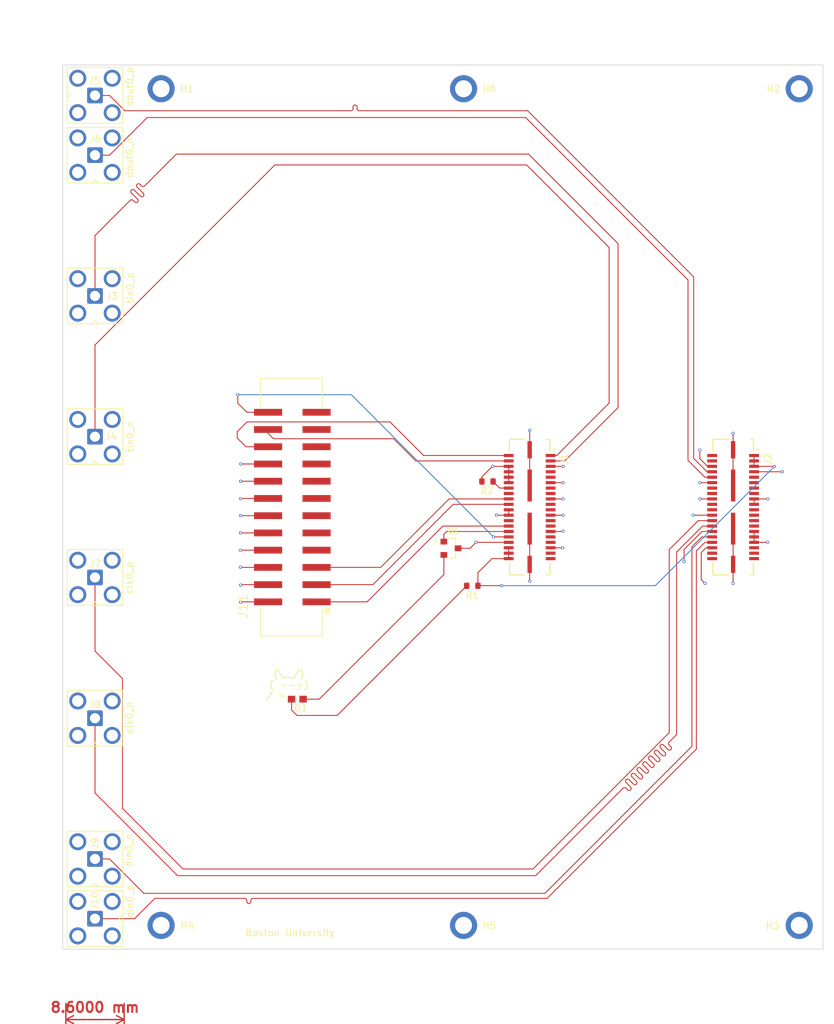
<source format=kicad_pcb>
(kicad_pcb (version 20211014) (generator pcbnew)
  (layers (0 "F.Cu" signal) (1 "In1.Cu" signal) (2 "In2.Cu" signal) (31 "B.Cu" signal) (34 "B.Paste" user) (35 "F.Paste" user) (36 "B.SilkS" user "B.Silkscreen") (37 "F.SilkS" user "F.Silkscreen") (38 "B.Mask" user) (39 "F.Mask" user) (44 "Edge.Cuts" user))
  (net 0 "")
  (net 1 "Net-(D1-Pad1)")
  (net 2 "Net-(D1-Pad2)")
  (net 3 "/tin0_n")
  (net 4 "/scl")
  (net 5 "/tin0_p")
  (net 6 "/sda")
  (net 7 "GND")
  (net 8 "/din1_n")
  (net 9 "/din1_p")
  (net 10 "/clk2_n")
  (net 11 "/a3")
  (net 12 "/clk2_p")
  (net 13 "/a2")
  (net 14 "/a1")
  (net 15 "/tin1_n")
  (net 16 "/a0")
  (net 17 "/tin1_p")
  (net 18 "/din2_n")
  (net 19 "/d3")
  (net 20 "/din2_p")
  (net 21 "/d2")
  (net 22 "/d1")
  (net 23 "/dout1_n")
  (net 24 "/d0")
  (net 25 "/dout1_p")
  (net 26 "LV_RB")
  (net 27 "/clk3_n")
  (net 28 "/clk3_p")
  (net 29 "/clk1_p")
  (net 30 "/clk1_0")
  (net 31 "/dout0_p")
  (net 32 "/d4")
  (net 33 "/dout0_n")
  (net 34 "/d5")
  (net 35 "/d6")
  (net 36 "/din3_n")
  (net 37 "/d7")
  (net 38 "/din3_p")
  (net 39 "/tin3_p")
  (net 40 "/a4")
  (net 41 "/tin3_n")
  (net 42 "/a5")
  (net 43 "/a6")
  (net 44 "/clk0_p")
  (net 45 "/a7")
  (net 46 "/clk0_n")
  (net 47 "/din0_n")
  (net 48 "/din0_p")
  (net 49 "/addr4")
  (net 50 "/addr3")
  (net 51 "/tin2_p")
  (net 52 "/addr2")
  (net 53 "/tin2_n")
  (footprint "Connector_Coaxial:SMA_Amphenol_901-143_Horizontal" (layer "F.Cu") (at 75.66 34.68)
    (fp_text reference "J5")
    (fp_text value "Conn_01x01_Female")
  )
  (footprint "Resistor_SMD:R_0603_1608Metric" (layer "F.Cu") (at 131.3 106.94 180)
    (fp_text reference "R1")
    (fp_text value "R_Small_US" hide)
  )
  (footprint "Connector_Coaxial:SMA_Amphenol_901-143_Horizontal" (layer "F.Cu") (at 75.66 147.2 90)
    (fp_text reference "J9")
    (fp_text value "Conn_01x01_Female")
  )
  (footprint "MountingHole:MountingHole_2.5mm" (layer "F.Cu") (at 179.51 33.69)
    (fp_text reference "H2")
    (fp_text value "MountingHole")
  )
  (footprint "Resistor_SMD:R_0603_1608Metric" (layer "F.Cu") (at 133.54 91.57)
    (fp_text reference "R2")
    (fp_text value "R_Small_US")
  )
  (footprint "TRANS_MMBT2907A:TRANS_MMBT2907A" (layer "F.Cu") (at 128.1575 101.41)
    (fp_text reference "Q1")
    (fp_text value "STB40N60M2")
  )
  (footprint "Connector_Coaxial:SMA_Amphenol_901-143_Horizontal" (layer "F.Cu") (at 75.66 64.224 90)
    (fp_text reference "J3")
    (fp_text value "Conn_01x01_Female")
  )
  (footprint "MountingHole:MountingHole_2.5mm" (layer "F.Cu") (at 85.41 33.69)
    (fp_text reference "H1")
    (fp_text value "MountingHole")
  )
  (footprint "Connector_Coaxial:SMA_Amphenol_901-143_Horizontal" (layer "F.Cu") (at 75.66 126.456 90)
    (fp_text reference "J8")
    (fp_text value "Conn_01x01_Female")
  )
  (footprint "QTE-020-01-X-D-A:SAMTEC_QTE-020-01-X-D-A" (layer "F.Cu") (at 169.76 95.34 -90)
    (fp_text reference "J2")
    (fp_text value "QTE-020-01-X-D-A")
  )
  (footprint "QTE-020-01-X-D-A:SAMTEC_QTE-020-01-X-D-A" (layer "F.Cu") (at 139.76 95.34 -90)
    (fp_text reference "J1")
    (fp_text value "QTE-020-01-X-D-A")
  )
  (footprint "Connector_Coaxial:SMA_Amphenol_901-143_Horizontal" (layer "F.Cu") (at 75.66 84.968 90)
    (fp_text reference "J4")
    (fp_text value "Conn_01x01_Female")
  )
  (footprint "MountingHole:MountingHole_2.5mm" (layer "F.Cu") (at 179.51 156.99)
    (fp_text reference "H3")
    (fp_text value "MountingHole")
  )
  (footprint "LTST-C191KRKT:0603" (layer "F.Cu") (at 105.5 123.65 180)
    (fp_text reference "D1")
    (fp_text value "LTST-C191KRKT")
  )
  (footprint "Connector_Coaxial:SMA_Amphenol_901-143_Horizontal" (layer "F.Cu") (at 75.66 105.712 90)
    (fp_text reference "J7")
    (fp_text value "Conn_01x01_Female")
  )
  (footprint "MountingHole:MountingHole_2.5mm" (layer "F.Cu") (at 130.01 156.99)
    (fp_text reference "H5")
    (fp_text value "MountingHole")
  )
  (footprint "Connector_Coaxial:SMA_Amphenol_901-143_Horizontal" (layer "F.Cu") (at 75.66 156 180)
    (fp_text reference "J10")
    (fp_text value "Conn_01x01_Female")
  )
  (footprint "MountingHole:MountingHole_2.5mm" (layer "F.Cu") (at 130.01 33.69)
    (fp_text reference "H6")
    (fp_text value "MountingHole")
  )
  (footprint "MountingHole:MountingHole_2.5mm" (layer "F.Cu") (at 85.41 156.99)
    (fp_text reference "H4")
    (fp_text value "MountingHole")
  )
  (footprint "SBH11-NBPC-D12-SM-BK:SULLINS_SBH11-NBPC-D12-SM-BK" (layer "F.Cu") (at 104.76 95.34 90)
    (fp_text reference "J11")
    (fp_text value "SBH11-NBPC-D12-SM-BK")
  )
  (footprint "Connector_Coaxial:SMA_Amphenol_901-143_Horizontal" (layer "F.Cu") (at 75.66 43.48 90)
    (fp_text reference "J6")
    (fp_text value "Conn_01x01_Female")
  )
  (gr_line (start 70.91 30.19) (end 70.91 160.49) (layer "Edge.Cuts") (width 0.1))
  (gr_line (start 183.01 30.19) (end 70.91 30.19) (layer "Edge.Cuts") (width 0.1))
  (gr_line (start 183.01 160.49) (end 70.91 160.49) (layer "Edge.Cuts") (width 0.1))
  (gr_line (start 183.01 30.19) (end 183.01 160.49) (layer "Edge.Cuts") (width 0.1))
  (gr_text "clk0_p" (at 80.71 105.8 90) (layer "F.SilkS") (effects (font (size 1 1))))
  (gr_text "clk0_n" (at 80.72 126.4 90) (layer "F.SilkS") (effects (font (size 1 1))))
  (gr_text "din0_n" (at 80.67 145.95 90) (layer "F.SilkS") (effects (font (size 1 1))))
  (gr_text "dout0_n" (at 80.73 43.84 90) (layer "F.SilkS") (effects (font (size 1 1))))
  (gr_text "din0_p" (at 80.81 153.45 90) (layer "F.SilkS") (effects (font (size 1 1))))
  (gr_text "tin0_n" (at 80.83 84.99 90) (layer "F.SilkS") (effects (font (size 1 1))))
  (gr_text "     (\\__/)\n     ( •-•)\n/ >" (at 102.37 121.53) (layer "F.SilkS") (effects (font (size 1 1))))
  (gr_text "dout0_p" (at 80.73 33.4 90) (layer "F.SilkS") (effects (font (size 1 1))))
  (gr_text "tin0_p" (at 80.86 63.06 90) (layer "F.SilkS") (effects (font (size 1 1))))
  (gr_text "Boston University" (at 104.41 158.09) (layer "F.SilkS") (effects (font (size 1 1))))
  (dimension (type aligned) (layer "F.Cu") (pts (xy 71.36 168) (xy 79.96 168)) (height 2.87) (gr_text "8.6000 mm" (at 75.66 169.07) (layer "F.Cu") (effects (font (size 1.5 1.5) (thickness 0.3)))) (format (units 3) (units_format 1) (precision 4)) (style (thickness 0.2) (arrow_length 1.27) (text_position_mode 0) (extension_height 0.58642) (extension_offset 0.5) keep_text_aligned))
  (segment (start 127.1075 105.2725) (end 127.1075 102.39) (width 0.131318) (layer "F.Cu") (net 1))
  (segment (start 108.73 123.65) (end 127.1075 105.2725) (width 0.131318) (layer "F.Cu") (net 1))
  (segment (start 106.35 123.65) (end 108.73 123.65) (width 0.131318) (layer "F.Cu") (net 1))
  (segment (start 111.365 126.05) (end 130.475 106.94) (width 0.131318) (layer "F.Cu") (net 2))
  (segment (start 104.65 123.65) (end 104.65 125.25) (width 0.131318) (layer "F.Cu") (net 2))
  (segment (start 105.45 126.05) (end 111.365 126.05) (width 0.131318) (layer "F.Cu") (net 2))
  (segment (start 104.65 125.25) (end 105.45 126.05) (width 0.131318) (layer "F.Cu") (net 2))
  (segment (start 75.66 84.968) (end 75.66 71.447466) (width 0.131318) (layer "F.Cu") (net 3))
  (segment (start 143.75 87.74) (end 142.85 87.74) (width 0.131318) (layer "F.Cu") (net 3))
  (segment (start 139.31 44.92) (end 151.48 57.09) (width 0.131318) (layer "F.Cu") (net 3))
  (segment (start 151.48 80.01) (end 143.75 87.74) (width 0.131318) (layer "F.Cu") (net 3))
  (segment (start 75.66 71.447466) (end 102.187466 44.92) (width 0.131318) (layer "F.Cu") (net 3))
  (segment (start 102.187466 44.92) (end 139.31 44.92) (width 0.131318) (layer "F.Cu") (net 3))
  (segment (start 151.48 57.09) (end 151.48 80.01) (width 0.131318) (layer "F.Cu") (net 3))
  (segment (start 96.63 84.24) (end 98.08 82.79) (width 0.131318) (layer "F.Cu") (net 4))
  (segment (start 124.12 87.74) (end 136.67 87.74) (width 0.131318) (layer "F.Cu") (net 4))
  (segment (start 97.92 86.45) (end 96.63 85.16) (width 0.131318) (layer "F.Cu") (net 4))
  (segment (start 96.63 85.16) (end 96.63 84.24) (width 0.131318) (layer "F.Cu") (net 4))
  (segment (start 119.17 82.79) (end 124.12 87.74) (width 0.131318) (layer "F.Cu") (net 4))
  (segment (start 101.185 86.45) (end 97.92 86.45) (width 0.131318) (layer "F.Cu") (net 4))
  (segment (start 98.08 82.79) (end 119.17 82.79) (width 0.131318) (layer "F.Cu") (net 4))
  (segment (start 81.44874 48.617416) (end 81.44874 48.617415) (width 0.131318) (layer "F.Cu") (net 5))
  (segment (start 152.79 56.51) (end 152.79 80.69) (width 0.131318) (layer "F.Cu") (net 5))
  (segment (start 82.297271 47.768885) (end 82.297271 47.768884) (width 0.131318) (layer "F.Cu") (net 5))
  (segment (start 82.966327 48.013676) (end 85.025791 45.954209) (width 0.131318) (layer "F.Cu") (net 5))
  (segment (start 87.66 43.32) (end 139.6 43.32) (width 0.131318) (layer "F.Cu") (net 5))
  (segment (start 81.269264 50.135) (end 81.514055 50.379791) (width 0.131318) (layer "F.Cu") (net 5))
  (segment (start 144.94 88.54) (end 142.85 88.54) (width 0.131318) (layer "F.Cu") (net 5))
  (segment (start 81.44874 48.617415) (end 82.362586 49.53126) (width 0.131318) (layer "F.Cu") (net 5))
  (segment (start 152.79 80.69) (end 144.94 88.54) (width 0.131318) (layer "F.Cu") (net 5))
  (segment (start 82.297271 47.768884) (end 82.542063 48.013676) (width 0.131318) (layer "F.Cu") (net 5))
  (segment (start 81.938319 49.955525) (end 81.938319 49.955526) (width 0.131318) (layer "F.Cu") (net 5))
  (segment (start 75.66 64.224) (end 75.66 55.32) (width 0.131318) (layer "F.Cu") (net 5))
  (segment (start 82.78685 49.106994) (end 82.78685 49.106995) (width 0.131318) (layer "F.Cu") (net 5))
  (segment (start 75.66 55.32) (end 80.845 50.135) (width 0.131318) (layer "F.Cu") (net 5))
  (segment (start 81.938319 49.955526) (end 81.024474 49.04168) (width 0.131318) (layer "F.Cu") (net 5))
  (segment (start 82.78685 49.106995) (end 81.873005 48.193149) (width 0.131318) (layer "F.Cu") (net 5))
  (segment (start 139.6 43.32) (end 152.79 56.51) (width 0.131318) (layer "F.Cu") (net 5))
  (segment (start 85.025791 45.954209) (end 87.66 43.32) (width 0.131318) (layer "F.Cu") (net 5))
  (arc (start 81.024474 48.617416) (mid 81.236608 48.529547) (end 81.44874 48.617416) (width 0.131318) (layer "F.Cu") (net 5))
  (arc (start 81.938319 50.379791) (mid 82.026187 50.167658) (end 81.938319 49.955525) (width 0.131318) (layer "F.Cu") (net 5))
  (arc (start 81.024474 49.04168) (mid 80.936606 48.829548) (end 81.024474 48.617416) (width 0.131318) (layer "F.Cu") (net 5))
  (arc (start 80.845 50.135) (mid 81.057132 50.047132) (end 81.269264 50.135) (width 0.131318) (layer "F.Cu") (net 5))
  (arc (start 81.873005 48.193149) (mid 81.785137 47.981017) (end 81.873005 47.768885) (width 0.131318) (layer "F.Cu") (net 5))
  (arc (start 81.514055 50.379791) (mid 81.726187 50.467659) (end 81.938319 50.379791) (width 0.131318) (layer "F.Cu") (net 5))
  (arc (start 81.873005 47.768885) (mid 82.085139 47.681016) (end 82.297271 47.768885) (width 0.131318) (layer "F.Cu") (net 5))
  (arc (start 82.362586 49.53126) (mid 82.574718 49.619128) (end 82.78685 49.53126) (width 0.131318) (layer "F.Cu") (net 5))
  (arc (start 82.542063 48.013676) (mid 82.754195 48.101544) (end 82.966327 48.013676) (width 0.131318) (layer "F.Cu") (net 5))
  (arc (start 82.78685 49.53126) (mid 82.874718 49.319127) (end 82.78685 49.106994) (width 0.131318) (layer "F.Cu") (net 5))
  (segment (start 119.7 85.27) (end 122.97 88.54) (width 0.131318) (layer "F.Cu") (net 6))
  (segment (start 101.98 85.27) (end 119.7 85.27) (width 0.131318) (layer "F.Cu") (net 6))
  (segment (start 101.185 83.91) (end 101.185 84.475) (width 0.131318) (layer "F.Cu") (net 6))
  (segment (start 101.185 84.475) (end 101.98 85.27) (width 0.131318) (layer "F.Cu") (net 6))
  (segment (start 122.97 88.54) (end 136.67 88.54) (width 0.131318) (layer "F.Cu") (net 6))
  (segment (start 132.715 90.885) (end 134.28 89.32) (width 0.131318) (layer "F.Cu") (net 7))
  (segment (start 172.85 90.14) (end 177 90.14) (width 0.131318) (layer "F.Cu") (net 7))
  (segment (start 162.529141 101.590859) (end 162.529141 103.379141) (width 0.131318) (layer "F.Cu") (net 7))
  (segment (start 165.06 106) (end 165.06 106.02) (width 0.131318) (layer "F.Cu") (net 7))
  (segment (start 169.76 103.785) (end 169.76 106.59) (width 0.131318) (layer "F.Cu") (net 7))
  (segment (start 174.83 100.54) (end 174.85 100.52) (width 0.131318) (layer "F.Cu") (net 7))
  (segment (start 139.76 86.895) (end 139.76 84.04) (width 0.131318) (layer "F.Cu") (net 7))
  (segment (start 169.76 92.165) (end 169.76 86.895) (width 0.131318) (layer "F.Cu") (net 7))
  (segment (start 136.67 95.74) (end 136.67 96.54) (width 0.131318) (layer "F.Cu") (net 7))
  (segment (start 101.185 104.23) (end 97.13 104.23) (width 0.131318) (layer "F.Cu") (net 7))
  (segment (start 169.76 98.515) (end 169.76 103.785) (width 0.131318) (layer "F.Cu") (net 7))
  (segment (start 172.85 94.14) (end 174.88 94.14) (width 0.131318) (layer "F.Cu") (net 7))
  (segment (start 97.14 91.53) (end 97.13 91.54) (width 0.25) (layer "F.Cu") (net 7))
  (segment (start 169.76 86.895) (end 169.76 84.49) (width 0.131318) (layer "F.Cu") (net 7))
  (segment (start 101.185 99.15) (end 97.16 99.15) (width 0.131318) (layer "F.Cu") (net 7))
  (segment (start 101.185 94.07) (end 97.16 94.07) (width 0.131318) (layer "F.Cu") (net 7))
  (segment (start 142.85 89.34) (end 144.7 89.34) (width 0.131318) (layer "F.Cu") (net 7))
  (segment (start 142.85 101.34) (end 144.62 101.34) (width 0.131318) (layer "F.Cu") (net 7))
  (segment (start 139.76 103.785) (end 139.76 106.24) (width 0.131318) (layer "F.Cu") (net 7))
  (segment (start 163.09 101.03) (end 162.529141 101.590859) (width 0.131318) (layer "F.Cu") (net 7))
  (segment (start 139.76 92.165) (end 139.76 86.895) (width 0.131318) (layer "F.Cu") (net 7))
  (segment (start 134.34 89.34) (end 134.32 89.32) (width 0.25) (layer "F.Cu") (net 7))
  (segment (start 139.76 106.24) (end 139.77 106.25) (width 0.131318) (layer "F.Cu") (net 7))
  (segment (start 166.67 91.74) (end 164.87 91.74) (width 0.131318) (layer "F.Cu") (net 7))
  (segment (start 165.99 89.34) (end 164.9 88.25) (width 0.131318) (layer "F.Cu") (net 7))
  (segment (start 131.86 100.54) (end 131.85 100.53) (width 0.131318) (layer "F.Cu") (net 7))
  (segment (start 166.67 101.34) (end 165.77 101.34) (width 0.131318) (layer "F.Cu") (net 7))
  (segment (start 166.67 98.94) (end 165.18 98.94) (width 0.131318) (layer "F.Cu") (net 7))
  (segment (start 131.86 100.54) (end 136.67 100.54) (width 0.131318) (layer "F.Cu") (net 7))
  (segment (start 101.185 96.61) (end 97.14 96.61) (width 0.131318) (layer "F.Cu") (net 7))
  (segment (start 172.85 94.14) (end 172.85 94.94) (width 0.131318) (layer "F.Cu") (net 7))
  (segment (start 142.85 94.14) (end 144.69 94.14) (width 0.131318) (layer "F.Cu") (net 7))
  (segment (start 177 90.14) (end 177.01 90.13) (width 0.131318) (layer "F.Cu") (net 7))
  (segment (start 142.85 98.94) (end 144.63 98.94) (width 0.131318) (layer "F.Cu") (net 7))
  (segment (start 139.76 98.515) (end 139.76 103.785) (width 0.131318) (layer "F.Cu") (net 7))
  (segment (start 142.85 96.54) (end 144.68 96.54) (width 0.131318) (layer "F.Cu") (net 7))
  (segment (start 166.67 96.54) (end 163.86 96.54) (width 0.131318) (layer "F.Cu") (net 7))
  (segment (start 172.85 98.94) (end 172.85 100.54) (width 0.131318) (layer "F.Cu") (net 7))
  (segment (start 144.68 96.54) (end 144.69 96.55) (width 0.131318) (layer "F.Cu") (net 7))
  (segment (start 144.63 98.94) (end 144.69 98.88) (width 0.131318) (layer "F.Cu") (net 7))
  (segment (start 130.99 101.41) (end 130.99 101.39) (width 0.131318) (layer "F.Cu") (net 7))
  (segment (start 129.2075 101.41) (end 130.99 101.41) (width 0.131318) (layer "F.Cu") (net 7))
  (segment (start 164.87 91.74) (end 164.85 91.76) (width 0.131318) (layer "F.Cu") (net 7))
  (segment (start 134.28 89.32) (end 134.32 89.32) (width 0.131318) (layer "F.Cu") (net 7))
  (segment (start 165.06 102.05) (end 165.06 106) (width 0.131318) (layer "F.Cu") (net 7))
  (segment (start 134.88 96.54) (end 134.87 96.53) (width 0.131318) (layer "F.Cu") (net 7))
  (segment (start 136.67 89.34) (end 134.34 89.34) (width 0.131318) (layer "F.Cu") (net 7))
  (segment (start 136.67 91.74) (end 136.67 89.34) (width 0.131318) (layer "F.Cu") (net 7))
  (segment (start 142.85 91.74) (end 144.68 91.74) (width 0.131318) (layer "F.Cu") (net 7))
  (segment (start 136.67 96.54) (end 134.88 96.54) (width 0.131318) (layer "F.Cu") (net 7))
  (segment (start 130.99 101.39) (end 131.85 100.53) (width 0.131318) (layer "F.Cu") (net 7))
  (segment (start 165.18 98.94) (end 163.09 101.03) (width 0.131318) (layer "F.Cu") (net 7))
  (segment (start 172.85 100.54) (end 174.83 100.54) (width 0.131318) (layer "F.Cu") (net 7))
  (segment (start 144.68 91.74) (end 144.69 91.75) (width 0.131318) (layer "F.Cu") (net 7))
  (segment (start 101.185 101.69) (end 97.13 101.69) (width 0.131318) (layer "F.Cu") (net 7))
  (segment (start 165.06 106.02) (end 165.62 106.58) (width 0.131318) (layer "F.Cu") (net 7))
  (segment (start 164.9 88.25) (end 164.85 88.2) (width 0.131318) (layer "F.Cu") (net 7))
  (segment (start 164.85 88.2) (end 164.85 86.94) (width 0.131318) (layer "F.Cu") (net 7))
  (segment (start 101.185 88.99) (end 97.16 88.99) (width 0.131318) (layer "F.Cu") (net 7))
  (segment (start 169.76 84.49) (end 169.75 84.48) (width 0.131318) (layer "F.Cu") (net 7))
  (segment (start 132.715 91.57) (end 132.715 90.885) (width 0.131318) (layer "F.Cu") (net 7))
  (segment (start 166.67 94.14) (end 164.85 94.14) (width 0.131318) (layer "F.Cu") (net 7))
  (segment (start 101.185 91.53) (end 97.14 91.53) (width 0.131318) (layer "F.Cu") (net 7))
  (segment (start 144.62 101.34) (end 144.63 101.35) (width 0.131318) (layer "F.Cu") (net 7))
  (segment (start 101.185 106.77) (end 97.21 106.77) (width 0.131318) (layer "F.Cu") (net 7))
  (segment (start 166.67 89.34) (end 165.99 89.34) (width 0.131318) (layer "F.Cu") (net 7))
  (segment (start 165.77 101.34) (end 165.06 102.05) (width 0.131318) (layer "F.Cu") (net 7))
  (segment (start 101.185 109.31) (end 97.19 109.31) (width 0.131318) (layer "F.Cu") (net 7))
  (via (at 97.14 106.84) (size 0.457) (drill 0.254) (layers "F.Cu" "B.Cu") (net 7))
  (via (at 163.86 96.54) (size 0.4572) (drill 0.254) (layers "F.Cu" "B.Cu") (net 7))
  (via (at 97.14 109.36) (size 0.457) (drill 0.254) (layers "F.Cu" "B.Cu") (net 7))
  (via (at 131.85 100.53) (size 0.457) (drill 0.254) (layers "F.Cu" "B.Cu") (net 7))
  (via (at 144.69 98.88) (size 0.4572) (drill 0.254) (layers "F.Cu" "B.Cu") (net 7))
  (via (at 174.88 94.14) (size 0.4572) (drill 0.254) (layers "F.Cu" "B.Cu") (net 7))
  (via (at 164.85 94.14) (size 0.4572) (drill 0.254) (layers "F.Cu" "B.Cu") (net 7))
  (via (at 97.11 104.21) (size 0.457) (drill 0.254) (layers "F.Cu" "B.Cu") (net 7))
  (via (at 144.63 101.35) (size 0.4572) (drill 0.254) (layers "F.Cu" "B.Cu") (net 7))
  (via (at 97.13 94.1) (size 0.457) (drill 0.254) (layers "F.Cu" "B.Cu") (net 7))
  (via (at 139.77 106.25) (size 0.4572) (drill 0.254) (layers "F.Cu" "B.Cu") (net 7))
  (via (at 144.69 91.75) (size 0.4572) (drill 0.254) (layers "F.Cu" "B.Cu") (net 7))
  (via (at 97.13 91.54) (size 0.457) (drill 0.254) (layers "F.Cu" "B.Cu") (net 7))
  (via (at 97.16 88.99) (size 0.457) (drill 0.254) (layers "F.Cu" "B.Cu") (net 7))
  (via (at 134.32 89.32) (size 0.457) (drill 0.254) (layers "F.Cu" "B.Cu") (net 7))
  (via (at 97.11 101.71) (size 0.457) (drill 0.254) (layers "F.Cu" "B.Cu") (net 7))
  (via (at 97.14 99.13) (size 0.457) (drill 0.254) (layers "F.Cu" "B.Cu") (net 7))
  (via (at 139.76 84.04) (size 0.4572) (drill 0.254) (layers "F.Cu" "B.Cu") (net 7))
  (via (at 162.529141 103.379141) (size 0.4572) (drill 0.254) (layers "F.Cu" "B.Cu") (net 7))
  (via (at 144.69 96.55) (size 0.4572) (drill 0.254) (layers "F.Cu" "B.Cu") (net 7))
  (via (at 164.85 91.76) (size 0.4572) (drill 0.254) (layers "F.Cu" "B.Cu") (net 7))
  (via (at 97.13 96.6) (size 0.457) (drill 0.254) (layers "F.Cu" "B.Cu") (net 7))
  (via (at 169.75 84.48) (size 0.4572) (drill 0.254) (layers "F.Cu" "B.Cu") (net 7))
  (via (at 165.62 106.58) (size 0.4572) (drill 0.254) (layers "F.Cu" "B.Cu") (net 7))
  (via (at 144.69 94.14) (size 0.4572) (drill 0.254) (layers "F.Cu" "B.Cu") (net 7))
  (via (at 134.87 96.53) (size 0.4572) (drill 0.254) (layers "F.Cu" "B.Cu") (net 7))
  (via (at 177.01 90.13) (size 0.4572) (drill 0.254) (layers "F.Cu" "B.Cu") (net 7))
  (via (at 164.85 86.94) (size 0.4572) (drill 0.254) (layers "F.Cu" "B.Cu") (net 7))
  (via (at 174.85 100.52) (size 0.4572) (drill 0.254) (layers "F.Cu" "B.Cu") (net 7))
  (via (at 144.7 89.34) (size 0.4572) (drill 0.254) (layers "F.Cu" "B.Cu") (net 7))
  (via (at 169.76 106.59) (size 0.4572) (drill 0.254) (layers "F.Cu" "B.Cu") (net 7))
  (segment (start 134.365 91.57) (end 135.335 92.54) (width 0.131318) (layer "F.Cu") (net 11))
  (segment (start 135.335 92.54) (end 136.67 92.54) (width 0.131318) (layer "F.Cu") (net 11))
  (segment (start 108.335 104.23) (end 117.79 104.23) (width 0.131318) (layer "F.Cu") (net 14))
  (segment (start 127.88 94.14) (end 136.67 94.14) (width 0.131318) (layer "F.Cu") (net 14))
  (segment (start 117.79 104.23) (end 127.88 94.14) (width 0.131318) (layer "F.Cu") (net 14))
  (segment (start 116.65 106.77) (end 128.48 94.94) (width 0.131318) (layer "F.Cu") (net 16))
  (segment (start 108.335 106.77) (end 116.65 106.77) (width 0.131318) (layer "F.Cu") (net 16))
  (segment (start 128.48 94.94) (end 136.67 94.94) (width 0.131318) (layer "F.Cu") (net 16))
  (segment (start 115.78 109.31) (end 126.95 98.14) (width 0.131318) (layer "F.Cu") (net 21))
  (segment (start 126.95 98.14) (end 136.67 98.14) (width 0.131318) (layer "F.Cu") (net 21))
  (segment (start 108.335 109.31) (end 115.78 109.31) (width 0.131318) (layer "F.Cu") (net 21))
  (segment (start 127.53 98.94) (end 136.67 98.94) (width 0.131318) (layer "F.Cu") (net 22))
  (segment (start 127.1075 99.3425) (end 127.52 98.93) (width 0.131318) (layer "F.Cu") (net 22))
  (segment (start 127.1075 100.43) (end 127.1075 99.3425) (width 0.131318) (layer "F.Cu") (net 22))
  (segment (start 127.52 98.93) (end 127.53 98.94) (width 0.131318) (layer "F.Cu") (net 22))
  (segment (start 96.72 78.78) (end 96.72 80.03) (width 0.131318) (layer "F.Cu") (net 24))
  (segment (start 96.72 80.03) (end 98.06 81.37) (width 0.131318) (layer "F.Cu") (net 24))
  (segment (start 134.42 99.74) (end 134.41 99.73) (width 0.131318) (layer "F.Cu") (net 24))
  (segment (start 136.67 99.74) (end 134.42 99.74) (width 0.131318) (layer "F.Cu") (net 24))
  (segment (start 98.06 81.37) (end 101.185 81.37) (width 0.131318) (layer "F.Cu") (net 24))
  (via (at 134.41 99.73) (size 0.4572) (drill 0.254) (layers "F.Cu" "B.Cu") (net 24))
  (via (at 96.72 78.78) (size 0.4572) (drill 0.254) (layers "F.Cu" "B.Cu") (net 24))
  (segment (start 113.46 78.78) (end 96.72 78.78) (width 0.131318) (layer "B.Cu") (net 24))
  (segment (start 134.41 99.73) (end 113.46 78.78) (width 0.131318) (layer "B.Cu") (net 24))
  (segment (start 175.83 89.34) (end 175.85 89.36) (width 0.131318) (layer "F.Cu") (net 26))
  (segment (start 135.62 106.92) (end 132.145 106.92) (width 0.131318) (layer "F.Cu") (net 26))
  (segment (start 132.145 106.92) (end 132.125 106.94) (width 0.131318) (layer "F.Cu") (net 26))
  (segment (start 134.19 102.94) (end 132.125 105.005) (width 0.131318) (layer "F.Cu") (net 26))
  (segment (start 132.125 105.005) (end 132.125 106.94) (width 0.131318) (layer "F.Cu") (net 26))
  (segment (start 172.85 89.34) (end 175.83 89.34) (width 0.131318) (layer "F.Cu") (net 26))
  (segment (start 136.67 102.94) (end 134.19 102.94) (width 0.131318) (layer "F.Cu") (net 26))
  (segment (start 172.85 87.74) (end 172.85 89.34) (width 0.131318) (layer "F.Cu") (net 26))
  (segment (start 136.67 101.34) (end 136.67 102.94) (width 0.131318) (layer "F.Cu") (net 26))
  (via (at 175.85 89.36) (size 0.4572) (drill 0.254) (layers "F.Cu" "B.Cu") (net 26))
  (via (at 135.62 106.92) (size 0.4572) (drill 0.254) (layers "F.Cu" "B.Cu") (net 26))
  (segment (start 175.85 89.36) (end 158.29 106.92) (width 0.131318) (layer "B.Cu") (net 26))
  (segment (start 158.29 106.92) (end 135.62 106.92) (width 0.131318) (layer "B.Cu") (net 26))
  (segment (start 113.41 36.93) (end 111.462057 36.93) (width 0.131318) (layer "F.Cu") (net 31))
  (segment (start 111.462057 36.93) (end 80.053466 36.93) (width 0.131318) (layer "F.Cu") (net 31))
  (segment (start 163.94 61.41) (end 139.46 36.93) (width 0.131318) (layer "F.Cu") (net 31))
  (segment (start 80.053466 36.93) (end 77.803466 34.68) (width 0.131318) (layer "F.Cu") (net 31))
  (segment (start 77.803466 34.68) (end 75.66 34.68) (width 0.131318) (layer "F.Cu") (net 31))
  (segment (start 113.71 36.38459) (end 113.71 36.63) (width 0.131318) (layer "F.Cu") (net 31))
  (segment (start 139.46 36.93) (end 114.61 36.93) (width 0.131318) (layer "F.Cu") (net 31))
  (segment (start 114.31 36.63) (end 114.31 36.38459) (width 0.131318) (layer "F.Cu") (net 31))
  (segment (start 163.94 88.17) (end 163.94 61.41) (width 0.131318) (layer "F.Cu") (net 31))
  (segment (start 166.67 90.14) (end 165.91 90.14) (width 0.131318) (layer "F.Cu") (net 31))
  (segment (start 165.91 90.14) (end 163.94 88.17) (width 0.131318) (layer "F.Cu") (net 31))
  (arc (start 114.61 36.93) (mid 114.397868 36.842132) (end 114.31 36.63) (width 0.131318) (layer "F.Cu") (net 31))
  (arc (start 113.71 36.63) (mid 113.622132 36.842132) (end 113.41 36.93) (width 0.131318) (layer "F.Cu") (net 31))
  (arc (start 114.31 36.38459) (mid 114.222132 36.172458) (end 114.01 36.08459) (width 0.131318) (layer "F.Cu") (net 31))
  (arc (start 114.01 36.08459) (mid 113.797868 36.172458) (end 113.71 36.38459) (width 0.131318) (layer "F.Cu") (net 31))
  (segment (start 163.11 88.45) (end 165.6 90.94) (width 0.131318) (layer "F.Cu") (net 33))
  (segment (start 77.803466 43.48) (end 83.35 37.933466) (width 0.131318) (layer "F.Cu") (net 33))
  (segment (start 165.6 90.94) (end 166.67 90.94) (width 0.131318) (layer "F.Cu") (net 33))
  (segment (start 139.173466 37.933466) (end 163.11 61.87) (width 0.131318) (layer "F.Cu") (net 33))
  (segment (start 75.66 43.48) (end 77.803466 43.48) (width 0.131318) (layer "F.Cu") (net 33))
  (segment (start 83.35 37.933466) (end 139.173466 37.933466) (width 0.131318) (layer "F.Cu") (net 33))
  (segment (start 163.11 61.87) (end 163.11 88.45) (width 0.131318) (layer "F.Cu") (net 33))
  (segment (start 160.34 101.61) (end 164.61 97.34) (width 0.131318) (layer "F.Cu") (net 44))
  (segment (start 164.61 97.34) (end 166.67 97.34) (width 0.131318) (layer "F.Cu") (net 44))
  (segment (start 79.715659 120.615659) (end 79.715659 139.755659) (width 0.131318) (layer "F.Cu") (net 44))
  (segment (start 160.34 128.59) (end 160.34 101.61) (width 0.131318) (layer "F.Cu") (net 44))
  (segment (start 140.25 148.68) (end 160.34 128.59) (width 0.131318) (layer "F.Cu") (net 44))
  (segment (start 79.715659 139.755659) (end 88.64 148.68) (width 0.131318) (layer "F.Cu") (net 44))
  (segment (start 75.66 116.56) (end 79.715659 120.615659) (width 0.131318) (layer "F.Cu") (net 44))
  (segment (start 75.66 105.712) (end 75.66 116.56) (width 0.131318) (layer "F.Cu") (net 44))
  (segment (start 88.64 148.68) (end 140.25 148.68) (width 0.131318) (layer "F.Cu") (net 44))
  (segment (start 155.693869 133.805303) (end 155.670018 133.829153) (width 0.131318) (layer "F.Cu") (net 46))
  (segment (start 154.220031 137.022219) (end 153.961039 136.763227) (width 0.131318) (layer "F.Cu") (net 46))
  (segment (start 154.597435 135.702567) (end 154.397227 135.502359) (width 0.131318) (layer "F.Cu") (net 46))
  (segment (start 153.536774 136.763228) (end 153.536775 136.763227) (width 0.131318) (layer "F.Cu") (net 46))
  (segment (start 154.845341 134.653831) (end 154.82149 134.677681) (width 0.131318) (layer "F.Cu") (net 46))
  (segment (start 155.670017 134.229566) (end 155.670018 134.229567) (width 0.131318) (layer "F.Cu") (net 46))
  (segment (start 159.064129 130.835454) (end 159.06413 130.835455) (width 0.131318) (layer "F.Cu") (net 46))
  (segment (start 153.972962 135.926623) (end 154.644295 136.597955) (width 0.131318) (layer "F.Cu") (net 46))
  (segment (start 75.66 137.48) (end 75.66 126.456) (width 0.131318) (layer "F.Cu") (net 46))
  (segment (start 159.087981 130.411191) (end 159.06413 130.435041) (width 0.131318) (layer "F.Cu") (net 46))
  (segment (start 153.536775 136.763227) (end 140.64 149.66) (width 0.131318) (layer "F.Cu") (net 46))
  (segment (start 161.43 128.87) (end 160.325 129.975) (width 0.131318) (layer "F.Cu") (net 46))
  (segment (start 153.996813 135.502359) (end 153.972962 135.526209) (width 0.131318) (layer "F.Cu") (net 46))
  (segment (start 158.215602 131.683983) (end 158.886935 132.355315) (width 0.131318) (layer "F.Cu") (net 46))
  (segment (start 159.06413 130.835455) (end 159.735463 131.506787) (width 0.131318) (layer "F.Cu") (net 46))
  (segment (start 154.82149 135.078095) (end 155.492823 135.749427) (width 0.131318) (layer "F.Cu") (net 46))
  (segment (start 140.64 149.66) (end 87.84 149.66) (width 0.131318) (layer "F.Cu") (net 46))
  (segment (start 160.324999 130.399266) (end 160.583992 130.658259) (width 0.131318) (layer "F.Cu") (net 46))
  (segment (start 157.390925 132.108247) (end 157.367074 132.132097) (width 0.131318) (layer "F.Cu") (net 46))
  (segment (start 158.840075 131.459927) (end 158.639867 131.259719) (width 0.131318) (layer "F.Cu") (net 46))
  (segment (start 155.445963 134.854039) (end 155.245755 134.653831) (width 0.131318) (layer "F.Cu") (net 46))
  (segment (start 160.325 130.399266) (end 160.324999 130.399266) (width 0.131318) (layer "F.Cu") (net 46))
  (segment (start 153.972961 135.926622) (end 153.972962 135.926623) (width 0.131318) (layer "F.Cu") (net 46))
  (segment (start 158.215601 131.683982) (end 158.215602 131.683983) (width 0.131318) (layer "F.Cu") (net 46))
  (segment (start 160.583991 131.082524) (end 160.583992 131.082523) (width 0.131318) (layer "F.Cu") (net 46))
  (segment (start 157.367073 132.53251) (end 157.367074 132.532511) (width 0.131318) (layer "F.Cu") (net 46))
  (segment (start 155.068559 136.173691) (end 154.597435 135.702567) (width 0.131318) (layer "F.Cu") (net 46))
  (segment (start 157.367074 132.532511) (end 158.038407 133.203843) (width 0.131318) (layer "F.Cu") (net 46))
  (segment (start 160.159728 131.082523) (end 159.900736 130.823531) (width 0.131318) (layer "F.Cu") (net 46))
  (segment (start 158.239453 131.259719) (end 158.215602 131.283569) (width 0.131318) (layer "F.Cu") (net 46))
  (segment (start 159.311199 131.931051) (end 158.840075 131.459927) (width 0.131318) (layer "F.Cu") (net 46))
  (segment (start 156.518545 133.381038) (end 156.518546 133.381039) (width 0.131318) (layer "F.Cu") (net 46))
  (segment (start 155.917087 135.325163) (end 155.445963 134.854039) (width 0.131318) (layer "F.Cu") (net 46))
  (segment (start 156.294491 134.005511) (end 156.094283 133.805303) (width 0.131318) (layer "F.Cu") (net 46))
  (segment (start 155.670018 134.229567) (end 156.341351 134.900899) (width 0.131318) (layer "F.Cu") (net 46))
  (segment (start 159.900736 130.823531) (end 159.488395 130.411191) (width 0.131318) (layer "F.Cu") (net 46))
  (segment (start 165.26 98.14) (end 161.43 101.97) (width 0.131318) (layer "F.Cu") (net 46))
  (segment (start 156.765615 134.476635) (end 156.294491 134.005511) (width 0.131318) (layer "F.Cu") (net 46))
  (segment (start 156.542397 132.956775) (end 156.518546 132.980625) (width 0.131318) (layer "F.Cu") (net 46))
  (segment (start 157.143019 133.156983) (end 156.942811 132.956775) (width 0.131318) (layer "F.Cu") (net 46))
  (segment (start 157.614143 133.628107) (end 157.143019 133.156983) (width 0.131318) (layer "F.Cu") (net 46))
  (segment (start 154.821489 135.078094) (end 154.82149 135.078095) (width 0.131318) (layer "F.Cu") (net 46))
  (segment (start 87.84 149.66) (end 75.66 137.48) (width 0.131318) (layer "F.Cu") (net 46))
  (segment (start 161.43 101.97) (end 161.43 128.87) (width 0.131318) (layer "F.Cu") (net 46))
  (segment (start 156.518546 133.381039) (end 157.189879 134.052371) (width 0.131318) (layer "F.Cu") (net 46))
  (segment (start 166.67 98.14) (end 165.26 98.14) (width 0.131318) (layer "F.Cu") (net 46))
  (segment (start 158.462671 132.779579) (end 157.991547 132.308455) (width 0.131318) (layer "F.Cu") (net 46))
  (segment (start 157.991547 132.308455) (end 157.791339 132.108247) (width 0.131318) (layer "F.Cu") (net 46))
  (arc (start 158.639867 131.259719) (mid 158.43966 131.176791) (end 158.239453 131.259719) (width 0.131318) (layer "F.Cu") (net 46))
  (arc (start 160.583992 131.082523) (mid 160.37186 131.170391) (end 160.159728 131.082523) (width 0.131318) (layer "F.Cu") (net 46))
  (arc (start 156.341351 135.325163) (mid 156.129219 135.413031) (end 155.917087 135.325163) (width 0.131318) (layer "F.Cu") (net 46))
  (arc (start 154.82149 134.677681) (mid 154.738561 134.877887) (end 154.821489 135.078094) (width 0.131318) (layer "F.Cu") (net 46))
  (arc (start 159.488395 130.411191) (mid 159.288188 130.328263) (end 159.087981 130.411191) (width 0.131318) (layer "F.Cu") (net 46))
  (arc (start 156.094283 133.805303) (mid 155.894076 133.722375) (end 155.693869 133.805303) (width 0.131318) (layer "F.Cu") (net 46))
  (arc (start 155.492823 135.749427) (mid 155.580691 135.961559) (end 155.492823 136.173691) (width 0.131318) (layer "F.Cu") (net 46))
  (arc (start 158.038407 133.203843) (mid 158.126275 133.415975) (end 158.038407 133.628107) (width 0.131318) (layer "F.Cu") (net 46))
  (arc (start 154.397227 135.502359) (mid 154.19702 135.419431) (end 153.996813 135.502359) (width 0.131318) (layer "F.Cu") (net 46))
  (arc (start 155.670018 133.829153) (mid 155.587089 134.029359) (end 155.670017 134.229566) (width 0.131318) (layer "F.Cu") (net 46))
  (arc (start 154.644295 137.022219) (mid 154.432163 137.110087) (end 154.220031 137.022219) (width 0.131318) (layer "F.Cu") (net 46))
  (arc (start 156.341351 134.900899) (mid 156.429219 135.113031) (end 156.341351 135.325163) (width 0.131318) (layer "F.Cu") (net 46))
  (arc (start 158.038407 133.628107) (mid 157.826275 133.715975) (end 157.614143 133.628107) (width 0.131318) (layer "F.Cu") (net 46))
  (arc (start 160.325 129.975) (mid 160.237131 130.187134) (end 160.325 130.399266) (width 0.131318) (layer "F.Cu") (net 46))
  (arc (start 155.245755 134.653831) (mid 155.045548 134.570903) (end 154.845341 134.653831) (width 0.131318) (layer "F.Cu") (net 46))
  (arc (start 156.518546 132.980625) (mid 156.435617 133.180831) (end 156.518545 133.381038) (width 0.131318) (layer "F.Cu") (net 46))
  (arc (start 158.215602 131.283569) (mid 158.132673 131.483775) (end 158.215601 131.683982) (width 0.131318) (layer "F.Cu") (net 46))
  (arc (start 158.886935 132.779579) (mid 158.674803 132.867447) (end 158.462671 132.779579) (width 0.131318) (layer "F.Cu") (net 46))
  (arc (start 154.644295 136.597955) (mid 154.732163 136.810087) (end 154.644295 137.022219) (width 0.131318) (layer "F.Cu") (net 46))
  (arc (start 155.492823 136.173691) (mid 155.280691 136.261559) (end 155.068559 136.173691) (width 0.131318) (layer "F.Cu") (net 46))
  (arc (start 157.189879 134.476635) (mid 156.977747 134.564503) (end 156.765615 134.476635) (width 0.131318) (layer "F.Cu") (net 46))
  (arc (start 153.972962 135.526209) (mid 153.890033 135.726415) (end 153.972961 135.926622) (width 0.131318) (layer "F.Cu") (net 46))
  (arc (start 157.189879 134.052371) (mid 157.277747 134.264503) (end 157.189879 134.476635) (width 0.131318) (layer "F.Cu") (net 46))
  (arc (start 159.735463 131.931051) (mid 159.523331 132.018919) (end 159.311199 131.931051) (width 0.131318) (layer "F.Cu") (net 46))
  (arc (start 157.791339 132.108247) (mid 157.591132 132.025319) (end 157.390925 132.108247) (width 0.131318) (layer "F.Cu") (net 46))
  (arc (start 153.961039 136.763227) (mid 153.748905 136.67536) (end 153.536774 136.763228) (width 0.131318) (layer "F.Cu") (net 46))
  (arc (start 156.942811 132.956775) (mid 156.742604 132.873847) (end 156.542397 132.956775) (width 0.131318) (layer "F.Cu") (net 46))
  (arc (start 160.583992 130.658259) (mid 160.671861 130.870391) (end 160.583991 131.082524) (width 0.131318) (layer "F.Cu") (net 46))
  (arc (start 159.06413 130.435041) (mid 158.981201 130.635247) (end 159.064129 130.835454) (width 0.131318) (layer "F.Cu") (net 46))
  (arc (start 159.735463 131.506787) (mid 159.823331 131.718919) (end 159.735463 131.931051) (width 0.131318) (layer "F.Cu") (net 46))
  (arc (start 157.367074 132.132097) (mid 157.284145 132.332303) (end 157.367073 132.53251) (width 0.131318) (layer "F.Cu") (net 46))
  (arc (start 158.886935 132.355315) (mid 158.974803 132.567447) (end 158.886935 132.779579) (width 0.131318) (layer "F.Cu") (net 46))
  (segment (start 163.69 101.19) (end 165.14 99.74) (width 0.131318) (layer "F.Cu") (net 47))
  (segment (start 82.873466 152.27) (end 142.01 152.27) (width 0.131318) (layer "F.Cu") (net 47))
  (segment (start 142.01 152.27) (end 163.69 130.59) (width 0.131318) (layer "F.Cu") (net 47))
  (segment (start 75.66 147.2) (end 77.803466 147.2) (width 0.131318) (layer "F.Cu") (net 47))
  (segment (start 165.14 99.74) (end 166.67 99.74) (width 0.131318) (layer "F.Cu") (net 47))
  (segment (start 163.69 130.59) (end 163.69 101.19) (width 0.131318) (layer "F.Cu") (net 47))
  (segment (start 77.803466 147.2) (end 82.873466 152.27) (width 0.131318) (layer "F.Cu") (net 47))
  (segment (start 75.66 156) (end 81.49 156) (width 0.131318) (layer "F.Cu") (net 48))
  (segment (start 164.34 101.8) (end 165.6 100.54) (width 0.131318) (layer "F.Cu") (net 48))
  (segment (start 98.05 153.31) (end 98.05 153.466372) (width 0.131318) (layer "F.Cu") (net 48))
  (segment (start 98.95 153.01) (end 99 153.01) (width 0.131318) (layer "F.Cu") (net 48))
  (segment (start 84.48 153.01) (end 97.75 153.01) (width 0.131318) (layer "F.Cu") (net 48))
  (segment (start 99 153.01) (end 142.34 153.01) (width 0.131318) (layer "F.Cu") (net 48))
  (segment (start 164.34 131.01) (end 164.34 101.8) (width 0.131318) (layer "F.Cu") (net 48))
  (segment (start 98.65 153.466372) (end 98.65 153.31) (width 0.131318) (layer "F.Cu") (net 48))
  (segment (start 165.6 100.54) (end 166.67 100.54) (width 0.131318) (layer "F.Cu") (net 48))
  (segment (start 142.34 153.01) (end 164.34 131.01) (width 0.131318) (layer "F.Cu") (net 48))
  (segment (start 81.49 156) (end 84.48 153.01) (width 0.131318) (layer "F.Cu") (net 48))
  (arc (start 98.65 153.31) (mid 98.737868 153.097868) (end 98.95 153.01) (width 0.131318) (layer "F.Cu") (net 48))
  (arc (start 98.05 153.466372) (mid 98.137868 153.678504) (end 98.35 153.766372) (width 0.131318) (layer "F.Cu") (net 48))
  (arc (start 97.75 153.01) (mid 97.962132 153.097868) (end 98.05 153.31) (width 0.131318) (layer "F.Cu") (net 48))
  (arc (start 98.35 153.766372) (mid 98.562132 153.678504) (end 98.65 153.466372) (width 0.131318) (layer "F.Cu") (net 48))
)
</source>
